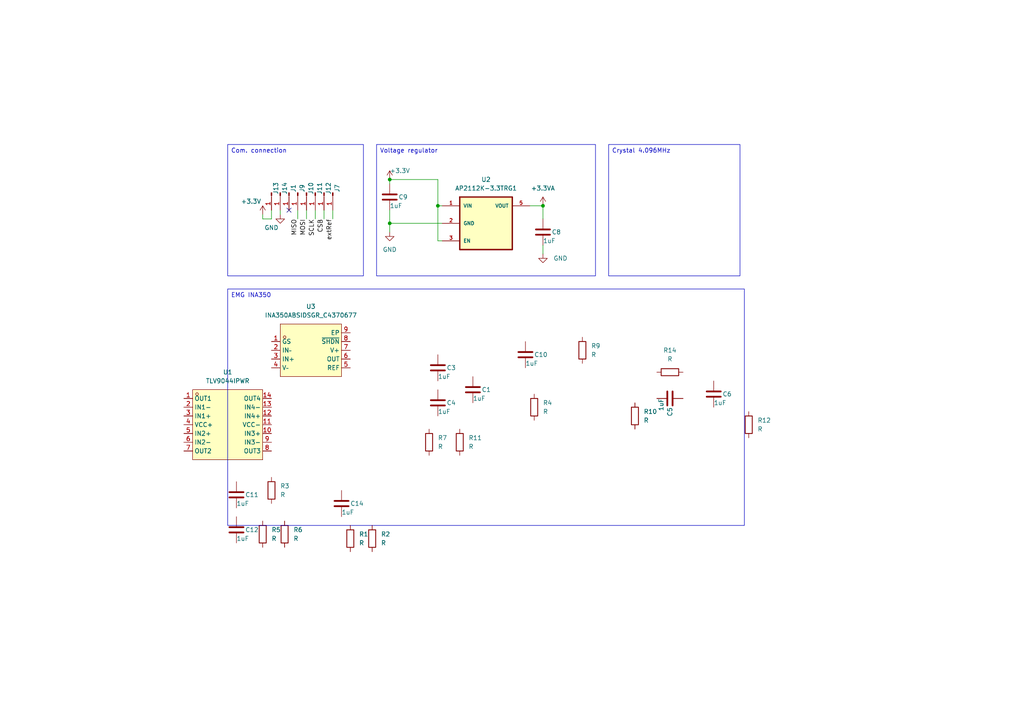
<source format=kicad_sch>
(kicad_sch (version 20231120) (generator "eeschema") (generator_version "8.0")
  (paper "A4")
  (title_block (title "EMG DAQ ADS129") (date "2023-12-07") (rev "v1.0"))
  (lib_symbols
    (symbol "00_custom:AP2112K-3.3TRG1" (pin_names (offset 1.016))
      (property "Reference" "U" (at -7.663 8.6476 0))
      (property "Value" "AP2112K-3.3TRG1" (at -7.6489 -11.6507 0))
      (symbol "AP2112K-3.3TRG1_0_0"
        (rectangle (start -7.62 7.62) (end 7.62 -7.62) (stroke (width 0.41)) (fill (type background)))
        (pin power_in line (at -12.7 5.08 0) (length 5.08) (name "VIN") (number "1"))
        (pin power_in line (at -12.7 0 0) (length 5.08) (name "GND") (number "2"))
        (pin input line (at -12.7 -5.08 0) (length 5.08) (name "EN") (number "3"))
        (pin power_in line (at 12.7 5.08 180) (length 5.08) (name "VOUT") (number "5"))
      )
    )
    (symbol "00_lcsc:INA350ABSIDSGR_C4370677"
      (property "Reference" "U" (at 0 10.16 0))
      (property "Value" "INA350ABSIDSGR_C4370677" (at 0 -10.16 0))
      (symbol "INA350ABSIDSGR_C4370677_0_1"
        (rectangle (start -8.89 7.62) (end 8.89 -7.62) (fill (type background)))
        (circle (center -7.62 3.81) (radius 0.38))
        (pin unspecified line (at -11.43 2.54 0) (length 2.54) (name "GS") (number "1"))
        (pin unspecified line (at -11.43 0 0) (length 2.54) (name "IN–") (number "2"))
        (pin unspecified line (at -11.43 -2.54 0) (length 2.54) (name "IN+") (number "3"))
        (pin unspecified line (at -11.43 -5.08 0) (length 2.54) (name "V–") (number "4"))
        (pin unspecified line (at 11.43 -5.08 180) (length 2.54) (name "REF") (number "5"))
        (pin unspecified line (at 11.43 -2.54 180) (length 2.54) (name "OUT") (number "6"))
        (pin unspecified line (at 11.43 0 180) (length 2.54) (name "V+") (number "7"))
        (pin unspecified line (at 11.43 2.54 180) (length 2.54) (name "~{SHDN}") (number "8"))
        (pin unspecified line (at 11.43 5.08 180) (length 2.54) (name "EP") (number "9"))
      )
    )
    (symbol "00_lcsc:TLV9044IPWR"
      (property "Reference" "U" (at 0 -25.4 0))
      (property "Value" "TLV9044IPWR" (at 6.35 -34.798 0))
      (symbol "TLV9044IPWR_0_1"
        (rectangle (start 2.54 2.54) (end 22.86 -17.78) (fill (type background)))
        (circle (center 3.81 1.27) (radius 0.38))
        (pin unspecified line (at 0 0 0) (length 2.54) (name "OUT1") (number "1"))
        (pin unspecified line (at 25.4 -10.16 180) (length 2.54) (name "IN3+") (number "10"))
        (pin unspecified line (at 25.4 -7.62 180) (length 2.54) (name "VCC-") (number "11"))
        (pin unspecified line (at 25.4 -5.08 180) (length 2.54) (name "IN4+") (number "12"))
        (pin unspecified line (at 25.4 -2.54 180) (length 2.54) (name "IN4-") (number "13"))
        (pin unspecified line (at 25.4 0 180) (length 2.54) (name "OUT4") (number "14"))
        (pin unspecified line (at 0 -2.54 0) (length 2.54) (name "IN1-") (number "2"))
        (pin unspecified line (at 0 -5.08 0) (length 2.54) (name "IN1+") (number "3"))
        (pin unspecified line (at 0 -7.62 0) (length 2.54) (name "VCC+") (number "4"))
        (pin unspecified line (at 0 -10.16 0) (length 2.54) (name "IN2+") (number "5"))
        (pin unspecified line (at 0 -12.7 0) (length 2.54) (name "IN2-") (number "6"))
        (pin unspecified line (at 0 -15.24 0) (length 2.54) (name "OUT2") (number "7"))
        (pin unspecified line (at 25.4 -15.24 180) (length 2.54) (name "OUT3") (number "8"))
        (pin unspecified line (at 25.4 -12.7 180) (length 2.54) (name "IN3-") (number "9"))
      )
    )
    (symbol "Connector:Conn_01x01_Pin" (pin_names (offset 1.016) hide)
      (property "Reference" "J" (at 0 2.54 0))
      (property "Value" "Conn_01x01_Pin" (at 0 -2.54 0))
      (symbol "Conn_01x01_Pin_1_1"
        (polyline (pts (xy 1.27 0) (xy 0.8636 0)) (stroke (width 0.1524)))
        (rectangle (start 0.8636 0.127) (end 0 -0.127) (stroke (width 0.1524)) (fill (type outline)))
        (pin passive line (at 5.08 0 180) (length 3.81) (name "Pin_1") (number "1"))
      )
    )
    (symbol "Device:C" (pin_numbers hide) (pin_names (offset 0.254))
      (property "Reference" "C" (at 0.635 2.54 0))
      (property "Value" "C" (at 0.635 -2.54 0))
      (symbol "C_0_1"
        (polyline (pts (xy -2.032 -0.762) (xy 2.032 -0.762)) (stroke (width 0.508)))
        (polyline (pts (xy -2.032 0.762) (xy 2.032 0.762)) (stroke (width 0.508)))
      )
      (symbol "C_1_1"
        (pin passive line (at 0 3.81 270) (length 2.794) (name "~") (number "1"))
        (pin passive line (at 0 -3.81 90) (length 2.794) (name "~") (number "2"))
      )
    )
    (symbol "Device:R" (pin_numbers hide) (pin_names (offset 0))
      (property "Reference" "R" (at 2.032 0 90))
      (property "Value" "R" (at 0 0 90))
      (symbol "R_0_1"
        (rectangle (start -1.016 -2.54) (end 1.016 2.54) (stroke (width 0.254)))
      )
      (symbol "R_1_1"
        (pin passive line (at 0 3.81 270) (length 1.27) (name "~") (number "1"))
        (pin passive line (at 0 -3.81 90) (length 1.27) (name "~") (number "2"))
      )
    )
    (symbol "power:+3.3V" (power) (pin_names (offset 0))
      (property "Value" "+3.3V" (at 0 3.556 0))
      (symbol "+3.3V_0_1"
        (polyline (pts (xy -0.762 1.27) (xy 0 2.54)))
        (polyline (pts (xy 0 0) (xy 0 2.54)))
        (polyline (pts (xy 0 2.54) (xy 0.762 1.27)))
      )
      (symbol "+3.3V_1_1"
        (pin power_in line (at 0 0 90) (length 0) hide (name "+3.3V") (number "1"))
      )
    )
    (symbol "power:+3.3VA" (power) (pin_names (offset 0))
      (property "Value" "+3.3VA" (at 0 3.556 0))
      (symbol "+3.3VA_0_1"
        (polyline (pts (xy -0.762 1.27) (xy 0 2.54)))
        (polyline (pts (xy 0 0) (xy 0 2.54)))
        (polyline (pts (xy 0 2.54) (xy 0.762 1.27)))
      )
      (symbol "+3.3VA_1_1"
        (pin power_in line (at 0 0 90) (length 0) hide (name "+3.3VA") (number "1"))
      )
    )
    (symbol "power:GND" (power) (pin_names (offset 0))
      (property "Value" "GND" (at 0 -3.81 0))
      (symbol "GND_0_1"
        (polyline (pts (xy 0 0) (xy 0 -1.27) (xy 1.27 -1.27) (xy 0 -2.54) (xy -1.27 -1.27) (xy 0 -1.27)))
      )
      (symbol "GND_1_1"
        (pin power_in line (at 0 0 270) (length 0) hide (name "GND") (number "1"))
      )
    )
  )
  (junction (at 113.03 64.77))
  (junction (at 113.03 52.07))
  (junction (at 157.48 59.69))
  (junction (at 127 59.69))
  (no_connect (at 83.82 60.96))
  (wire (pts (xy 113.03 60.96) (xy 113.03 64.77)))
  (wire (pts (xy 127 69.85) (xy 127 59.69)))
  (wire (pts (xy 88.9 60.96) (xy 88.9 63.5)))
  (wire (pts (xy 127 59.69) (xy 128.27 59.69)))
  (wire (pts (xy 96.52 60.96) (xy 96.52 63.5)))
  (wire (pts (xy 91.44 60.96) (xy 91.44 63.5)))
  (wire (pts (xy 113.03 64.77) (xy 128.27 64.77)))
  (wire (pts (xy 76.2 63.5) (xy 78.74 63.5)))
  (wire (pts (xy 128.27 69.85) (xy 127 69.85)))
  (wire (pts (xy 127 52.07) (xy 127 59.69)))
  (wire (pts (xy 113.03 53.34) (xy 113.03 52.07)))
  (wire (pts (xy 113.03 64.77) (xy 113.03 67.31)))
  (wire (pts (xy 157.48 59.69) (xy 157.48 63.5)))
  (wire (pts (xy 86.36 60.96) (xy 86.36 63.5)))
  (wire (pts (xy 81.28 62.23) (xy 81.28 60.96)))
  (wire (pts (xy 157.48 71.12) (xy 157.48 73.66)))
  (wire (pts (xy 78.74 60.96) (xy 78.74 63.5)))
  (wire (pts (xy 153.67 59.69) (xy 157.48 59.69)))
  (wire (pts (xy 113.03 52.07) (xy 127 52.07)))
  (wire (pts (xy 93.98 60.96) (xy 93.98 63.5)))
  (wire (pts (xy 76.2 62.23) (xy 76.2 63.5)))
  (text_box "Com. connection" (at 66.04 41.91 0) (size 39.37 38.1) (effects (font (size 1.27 1.27)) (justify left top)))
  (text_box "Crystal 4.096MHz" (at 176.53 41.91 0) (size 38.1 38.1) (effects (font (size 1.27 1.27)) (justify left top)))
  (text_box "Voltage regulator" (at 109.22 41.91 0) (size 63.5 38.1) (effects (font (size 1.27 1.27)) (justify left top)))
  (text_box "EMG INA350" (at 66.04 83.82 0) (size 149.86 68.58) (effects (font (size 1.27 1.27)) (justify left top)))
  (label "MOSI" (at 88.9 63.5 270))
  (label "CSB" (at 93.98 63.5 270))
  (label "extRef" (at 96.52 63.5 270))
  (label "SCLK" (at 91.44 63.5 270))
  (label "MISO" (at 86.36 63.5 270))
  (symbol (lib_id "power:GND") (at 81.28 62.23 0) (unit 1)
    (property "Reference" "#PWR07" (effects (hide yes)))
    (property "Value" "GND" (at 78.74 66.04 0))
  )
  (symbol (lib_id "power:GND") (at 157.48 73.66 0) (unit 1)
    (property "Reference" "#PWR012" (effects (hide yes)))
    (property "Value" "GND" (at 162.56 74.93 0))
  )
  (symbol (lib_id "00_custom:AP2112K-3.3TRG1") (at 140.97 64.77 0) (unit 1)
    (property "Reference" "U2" (at 140.97 52.07 0))
    (property "Value" "AP2112K-3.3TRG1" (at 140.97 54.61 0))
    (property "Footprint" "00_custom-footprints:SOT95P285X140-5N" (effects (hide yes)))
    (property "Description" "\nVoltage Regulators, LDO, 600mA CMOS LDO 50mA 3.3V 250mV | Diodes Inc AP2112K-3.3TRG1\n" (effects (hide yes)))
    (property "MF" "Diodes Inc." (effects (hide yes)))
    (property "Package" "SOT-753 Diodes Inc." (effects (hide yes)))
    (property "Price" "None" (effects (hide yes)))
    (property "Check_prices" "https://www.snapeda.com/parts/AP2112K-3.3TRG1/Diodes+Inc./view-part/?ref=eda" (effects (hide yes)))
    (property "PARTREV" "2-2" (effects (hide yes)))
    (property "SnapEDA_Link" "https://www.snapeda.com/parts/AP2112K-3.3TRG1/Diodes+Inc./view-part/?ref=snap" (effects (hide yes)))
    (property "MP" "AP2112K-3.3TRG1" (effects (hide yes)))
    (property "Purchase-URL" "https://www.snapeda.com/api/url_track_click_mouser/?unipart_id=454988&manufacturer=Diodes Inc.&part_name=AP2112K-3.3TRG1&search_term=None" (effects (hide yes)))
    (property "Availability" "In Stock" (effects (hide yes)))
    (property "MANUFACTURER" "Diodes Inc." (effects (hide yes)))
    (property "LCSC" "C51118" (effects (hide yes)))
  )
  (symbol (lib_id "Device:C") (at 68.58 143.51 0) (unit 1)
    (property "Reference" "C11" (at 71.12 143.51 0) (effects (justify left)))
    (property "Value" "1uF" (at 68.58 146.05 0) (effects (justify left)))
    (property "Footprint" "Capacitor_SMD:C_0402_1005Metric" (effects (hide yes)))
  )
  (symbol (lib_id "Device:R") (at 78.74 142.24 0) (unit 1)
    (property "Reference" "R3" (at 81.28 140.9699 0) (effects (justify left)))
    (property "Value" "R" (at 81.28 143.5099 0) (effects (justify left)))
    (property "Footprint" "Resistor_SMD:R_0201_0603Metric" (effects (hide yes)))
    (property "Description" "Resistor" (effects (hide yes)))
  )
  (symbol (lib_id "Connector:Conn_01x01_Pin") (at 81.28 55.88 270) (unit 1)
    (property "Reference" "J14" (at 82.55 54.61 0))
    (property "Value" "Conn_01x01_Pin" (effects (hide yes)))
    (property "Footprint" "Connector_PinHeader_1.27mm:PinHeader_1x01_P1.27mm_Vertical" (effects (hide yes)))
  )
  (symbol (lib_id "Device:R") (at 107.95 156.21 0) (unit 1)
    (property "Reference" "R2" (at 110.49 154.9399 0) (effects (justify left)))
    (property "Value" "R" (at 110.49 157.4799 0) (effects (justify left)))
    (property "Footprint" "Resistor_SMD:R_0201_0603Metric" (effects (hide yes)))
    (property "Description" "Resistor" (effects (hide yes)))
  )
  (symbol (lib_id "Connector:Conn_01x01_Pin") (at 78.74 55.88 270) (unit 1)
    (property "Reference" "J13" (at 80.01 54.61 0))
    (property "Value" "Conn_01x01_Pin" (effects (hide yes)))
    (property "Footprint" "Connector_PinHeader_1.27mm:PinHeader_1x01_P1.27mm_Vertical" (effects (hide yes)))
  )
  (symbol (lib_id "00_lcsc:TLV9044IPWR") (at 53.34 115.57 0) (unit 1)
    (property "Reference" "U1" (at 66.04 107.95 0))
    (property "Value" "TLV9044IPWR" (at 66.04 110.49 0))
    (property "Footprint" "00_lcsc:TSSOP-14_L5.0-W4.4-P0.65-LS6.4-BL" (effects (hide yes)))
    (property "LCSC Part" "C2871860" (effects (hide yes)))
  )
  (symbol (lib_id "00_lcsc:INA350ABSIDSGR_C4370677") (at 90.17 101.6 0) (unit 1)
    (property "Reference" "U3" (at 90.17 88.9 0))
    (property "Value" "INA350ABSIDSGR_C4370677" (at 90.17 91.44 0))
    (property "Footprint" "00_lcsc:WSON-8_L2.0-W2.0-P0.50-TL-EP" (effects (hide yes)))
    (property "LCSC Part" "C4370677" (effects (hide yes)))
  )
  (symbol (lib_id "Device:R") (at 168.91 101.6 0) (unit 1)
    (property "Reference" "R9" (at 171.45 100.3299 0) (effects (justify left)))
    (property "Value" "R" (at 171.45 102.8699 0) (effects (justify left)))
    (property "Footprint" "Resistor_SMD:R_0201_0603Metric" (effects (hide yes)))
    (property "Description" "Resistor" (effects (hide yes)))
  )
  (symbol (lib_id "Device:C") (at 137.16 113.03 0) (unit 1)
    (property "Reference" "C1" (at 139.7 113.03 0) (effects (justify left)))
    (property "Value" "1uF" (at 137.16 115.57 0) (effects (justify left)))
    (property "Footprint" "Capacitor_SMD:C_0402_1005Metric" (effects (hide yes)))
  )
  (symbol (lib_id "power:+3.3V") (at 76.2 62.23 0) (unit 1)
    (property "Reference" "#PWR06" (effects (hide yes)))
    (property "Value" "+3.3V" (at 69.85 58.42 0) (effects (justify left)))
  )
  (symbol (lib_id "Device:C") (at 152.4 102.87 0) (unit 1)
    (property "Reference" "C10" (at 154.94 102.87 0) (effects (justify left)))
    (property "Value" "1uF" (at 152.4 105.41 0) (effects (justify left)))
    (property "Footprint" "Capacitor_SMD:C_0402_1005Metric" (effects (hide yes)))
  )
  (symbol (lib_id "Device:C") (at 99.06 146.05 0) (unit 1)
    (property "Reference" "C14" (at 101.6 146.05 0) (effects (justify left)))
    (property "Value" "1uF" (at 99.06 148.59 0) (effects (justify left)))
    (property "Footprint" "Capacitor_SMD:C_0402_1005Metric" (effects (hide yes)))
  )
  (symbol (lib_id "Connector:Conn_01x01_Pin") (at 86.36 55.88 270) (unit 1)
    (property "Reference" "J9" (at 87.63 54.61 0))
    (property "Value" "Conn_01x01_Pin" (effects (hide yes)))
    (property "Footprint" "Connector_PinHeader_1.27mm:PinHeader_1x01_P1.27mm_Vertical" (effects (hide yes)))
  )
  (symbol (lib_id "Connector:Conn_01x01_Pin") (at 93.98 55.88 270) (unit 1)
    (property "Reference" "J12" (at 95.25 54.61 0))
    (property "Value" "Conn_01x01_Pin" (effects (hide yes)))
    (property "Footprint" "Connector_PinHeader_1.27mm:PinHeader_1x01_P1.27mm_Vertical" (effects (hide yes)))
  )
  (symbol (lib_id "Device:R") (at 154.94 118.11 0) (unit 1)
    (property "Reference" "R4" (at 157.48 116.8399 0) (effects (justify left)))
    (property "Value" "R" (at 157.48 119.3799 0) (effects (justify left)))
    (property "Footprint" "Resistor_SMD:R_0201_0603Metric" (effects (hide yes)))
    (property "Description" "Resistor" (effects (hide yes)))
  )
  (symbol (lib_id "Device:R") (at 101.6 156.21 0) (unit 1)
    (property "Reference" "R1" (at 104.14 154.9399 0) (effects (justify left)))
    (property "Value" "R" (at 104.14 157.4799 0) (effects (justify left)))
    (property "Footprint" "Resistor_SMD:R_0201_0603Metric" (effects (hide yes)))
    (property "Description" "Resistor" (effects (hide yes)))
  )
  (symbol (lib_id "Device:C") (at 68.58 153.67 0) (unit 1)
    (property "Reference" "C12" (at 71.12 153.67 0) (effects (justify left)))
    (property "Value" "1uF" (at 68.58 156.21 0) (effects (justify left)))
    (property "Footprint" "Capacitor_SMD:C_0402_1005Metric" (effects (hide yes)))
  )
  (symbol (lib_id "Device:C") (at 207.01 114.3 0) (unit 1)
    (property "Reference" "C6" (at 209.55 114.3 0) (effects (justify left)))
    (property "Value" "1uF" (at 207.01 116.84 0) (effects (justify left)))
    (property "Footprint" "Capacitor_SMD:C_0402_1005Metric" (effects (hide yes)))
  )
  (symbol (lib_id "Device:C") (at 157.48 67.31 0) (unit 1)
    (property "Reference" "C8" (at 160.02 67.31 0) (effects (justify left)))
    (property "Value" "1uF" (at 157.48 69.85 0) (effects (justify left)))
    (property "Footprint" "Capacitor_SMD:C_0201_0603Metric" (effects (hide yes)))
  )
  (symbol (lib_id "Device:R") (at 194.31 107.95 270) (unit 1)
    (property "Reference" "R14" (at 194.31 101.6 90))
    (property "Value" "R" (at 194.31 104.14 90))
    (property "Footprint" "Resistor_SMD:R_0201_0603Metric" (effects (hide yes)))
    (property "Description" "Resistor" (effects (hide yes)))
  )
  (symbol (lib_id "Connector:Conn_01x01_Pin") (at 96.52 55.88 270) (unit 1)
    (property "Reference" "J7" (at 97.79 54.61 0))
    (property "Value" "Conn_01x01_Pin" (effects (hide yes)))
    (property "Footprint" "Connector_PinHeader_1.27mm:PinHeader_1x01_P1.27mm_Vertical" (effects (hide yes)))
  )
  (symbol (lib_id "Device:C") (at 194.31 115.57 270) (unit 1)
    (property "Reference" "C5" (at 194.31 118.11 0) (effects (justify left)))
    (property "Value" "1uF" (at 191.77 115.57 0) (effects (justify left)))
    (property "Footprint" "Capacitor_SMD:C_0402_1005Metric" (effects (hide yes)))
  )
  (symbol (lib_id "Device:R") (at 217.17 123.19 0) (unit 1)
    (property "Reference" "R12" (at 219.71 121.9199 0) (effects (justify left)))
    (property "Value" "R" (at 219.71 124.4599 0) (effects (justify left)))
    (property "Footprint" "Resistor_SMD:R_0201_0603Metric" (effects (hide yes)))
    (property "Description" "Resistor" (effects (hide yes)))
  )
  (symbol (lib_id "Device:C") (at 127 106.68 0) (unit 1)
    (property "Reference" "C3" (at 129.54 106.68 0) (effects (justify left)))
    (property "Value" "1uF" (at 127 109.22 0) (effects (justify left)))
    (property "Footprint" "Capacitor_SMD:C_0402_1005Metric" (effects (hide yes)))
  )
  (symbol (lib_id "Device:C") (at 113.03 57.15 0) (unit 1)
    (property "Reference" "C9" (at 115.57 57.15 0) (effects (justify left)))
    (property "Value" "1uF" (at 113.03 59.69 0) (effects (justify left)))
    (property "Footprint" "Capacitor_SMD:C_0402_1005Metric" (effects (hide yes)))
  )
  (symbol (lib_id "Device:R") (at 124.46 128.27 0) (unit 1)
    (property "Reference" "R7" (at 127 126.9999 0) (effects (justify left)))
    (property "Value" "R" (at 127 129.5399 0) (effects (justify left)))
    (property "Footprint" "Resistor_SMD:R_0201_0603Metric" (effects (hide yes)))
    (property "Description" "Resistor" (effects (hide yes)))
  )
  (symbol (lib_id "Device:C") (at 127 116.84 0) (unit 1)
    (property "Reference" "C4" (at 129.54 116.84 0) (effects (justify left)))
    (property "Value" "1uF" (at 127 119.38 0) (effects (justify left)))
    (property "Footprint" "Capacitor_SMD:C_0402_1005Metric" (effects (hide yes)))
  )
  (symbol (lib_id "Device:R") (at 76.2 154.94 0) (unit 1)
    (property "Reference" "R5" (at 78.74 153.6699 0) (effects (justify left)))
    (property "Value" "R" (at 78.74 156.2099 0) (effects (justify left)))
    (property "Footprint" "Resistor_SMD:R_0201_0603Metric" (effects (hide yes)))
    (property "Description" "Resistor" (effects (hide yes)))
  )
  (symbol (lib_id "Device:R") (at 82.55 154.94 0) (unit 1)
    (property "Reference" "R6" (at 85.09 153.6699 0) (effects (justify left)))
    (property "Value" "R" (at 85.09 156.2099 0) (effects (justify left)))
    (property "Footprint" "Resistor_SMD:R_0201_0603Metric" (effects (hide yes)))
    (property "Description" "Resistor" (effects (hide yes)))
  )
  (symbol (lib_id "Connector:Conn_01x01_Pin") (at 83.82 55.88 270) (unit 1)
    (property "Reference" "J1" (at 85.09 54.61 0))
    (property "Value" "Conn_01x01_Pin" (effects (hide yes)))
    (property "Footprint" "Connector_PinHeader_1.27mm:PinHeader_1x01_P1.27mm_Vertical" (effects (hide yes)))
  )
  (symbol (lib_id "Connector:Conn_01x01_Pin") (at 91.44 55.88 270) (unit 1)
    (property "Reference" "J11" (at 92.71 54.61 0))
    (property "Value" "Conn_01x01_Pin" (effects (hide yes)))
    (property "Footprint" "Connector_PinHeader_1.27mm:PinHeader_1x01_P1.27mm_Vertical" (effects (hide yes)))
  )
  (symbol (lib_id "power:+3.3V") (at 113.03 52.07 0) (unit 1)
    (property "Reference" "#PWR013" (effects (hide yes)))
    (property "Value" "+3.3V" (at 113.03 49.53 0) (effects (justify left)))
  )
  (symbol (lib_id "power:GND") (at 113.03 67.31 0) (unit 1)
    (property "Reference" "#PWR011" (effects (hide yes)))
    (property "Value" "GND" (at 113.03 72.39 0))
  )
  (symbol (lib_id "Connector:Conn_01x01_Pin") (at 88.9 55.88 270) (unit 1)
    (property "Reference" "J10" (at 90.17 54.61 0))
    (property "Value" "Conn_01x01_Pin" (effects (hide yes)))
    (property "Footprint" "Connector_PinHeader_1.27mm:PinHeader_1x01_P1.27mm_Vertical" (effects (hide yes)))
  )
  (symbol (lib_id "Device:R") (at 133.35 128.27 0) (unit 1)
    (property "Reference" "R11" (at 135.89 126.9999 0) (effects (justify left)))
    (property "Value" "R" (at 135.89 129.5399 0) (effects (justify left)))
    (property "Footprint" "Resistor_SMD:R_0201_0603Metric" (effects (hide yes)))
    (property "Description" "Resistor" (effects (hide yes)))
  )
  (symbol (lib_id "power:+3.3VA") (at 157.48 59.69 0) (unit 1)
    (property "Reference" "#PWR014" (effects (hide yes)))
    (property "Value" "+3.3VA" (at 157.48 54.61 0))
  )
  (symbol (lib_id "Device:R") (at 184.15 120.65 0) (unit 1)
    (property "Reference" "R10" (at 186.69 119.3799 0) (effects (justify left)))
    (property "Value" "R" (at 186.69 121.9199 0) (effects (justify left)))
    (property "Footprint" "Resistor_SMD:R_0201_0603Metric" (effects (hide yes)))
    (property "Description" "Resistor" (effects (hide yes)))
  )
)
</source>
